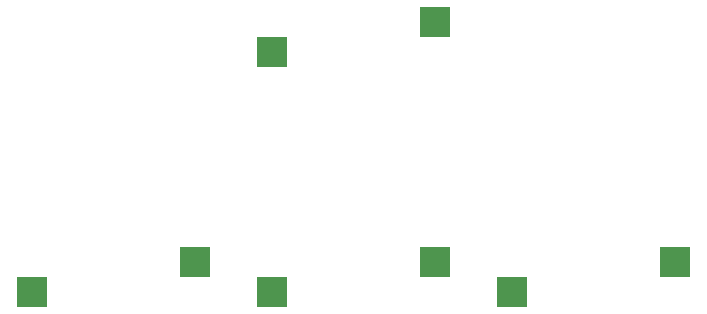
<source format=gbp>
%TF.GenerationSoftware,KiCad,Pcbnew,(5.1.12)-1*%
%TF.CreationDate,2021-12-29T15:11:16-05:00*%
%TF.ProjectId,4keymacropad,346b6579-6d61-4637-926f-7061642e6b69,rev?*%
%TF.SameCoordinates,Original*%
%TF.FileFunction,Paste,Bot*%
%TF.FilePolarity,Positive*%
%FSLAX46Y46*%
G04 Gerber Fmt 4.6, Leading zero omitted, Abs format (unit mm)*
G04 Created by KiCad (PCBNEW (5.1.12)-1) date 2021-12-29 15:11:16*
%MOMM*%
%LPD*%
G01*
G04 APERTURE LIST*
%ADD10R,2.550000X2.500000*%
G04 APERTURE END LIST*
D10*
%TO.C,SW1*%
X128330000Y-85725000D03*
X142180000Y-83185000D03*
%TD*%
%TO.C,SW2*%
X121860000Y-103505000D03*
X108010000Y-106045000D03*
%TD*%
%TO.C,SW3*%
X142180000Y-103505000D03*
X128330000Y-106045000D03*
%TD*%
%TO.C,SW4*%
X148650000Y-106045000D03*
X162500000Y-103505000D03*
%TD*%
M02*

</source>
